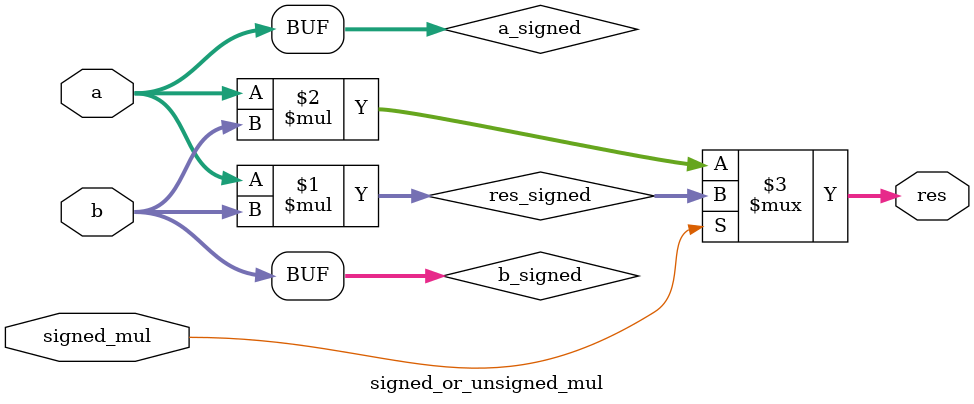
<source format=sv>


module signed_mul_4
(
  input  signed [3:0] a, b,
  output signed [7:0] res
);

  assign res = a * b;

endmodule

// A parameterized module
// that implements the unsigned multiplication of N-bit numbers
// which produces 2N-bit result

module unsigned_mul
# (
  parameter n = 8
)
(
  input  [    n - 1:0] a, b,
  output [2 * n - 1:0] res
);

  assign res = a * b;

endmodule

//----------------------------------------------------------------------------
// Task
//----------------------------------------------------------------------------

// Task:
//
// Implement a parameterized module
// that produces either signed or unsigned result
// of the multiplication depending on the 'signed_mul' input bit.

module signed_or_unsigned_mul
# (
  parameter n = 8
)
(
  input  [    n - 1:0] a, b,
  input                signed_mul,
  output [2 * n - 1:0] res
);

  logic signed [    n - 1:0] a_signed, b_signed;
  logic signed [2 * n - 1:0] res_signed;

  assign a_signed = $signed(a);
  assign b_signed = $signed(b);
  assign res_signed = a_signed * b_signed;

  assign res = (signed_mul) ? res_signed : (a * b);

endmodule

</source>
